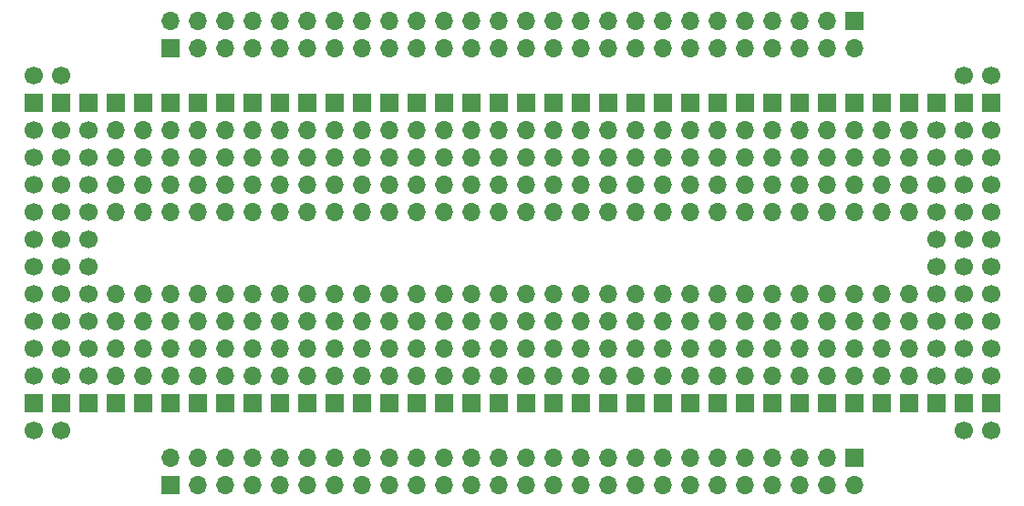
<source format=gbr>
G04 #@! TF.GenerationSoftware,KiCad,Pcbnew,5.0.2+dfsg1-1~bpo9+1*
G04 #@! TF.CreationDate,2022-11-14T20:46:36+01:00*
G04 #@! TF.ProjectId,breadpcb1,62726561-6470-4636-9231-2e6b69636164,rev?*
G04 #@! TF.SameCoordinates,Original*
G04 #@! TF.FileFunction,Copper,L1,Top*
G04 #@! TF.FilePolarity,Positive*
%FSLAX46Y46*%
G04 Gerber Fmt 4.6, Leading zero omitted, Abs format (unit mm)*
G04 Created by KiCad (PCBNEW 5.0.2+dfsg1-1~bpo9+1) date Mo 14 Nov 2022 20:46:36 CET*
%MOMM*%
%LPD*%
G01*
G04 APERTURE LIST*
G04 #@! TA.AperFunction,ComponentPad*
%ADD10R,1.700000X1.700000*%
G04 #@! TD*
G04 #@! TA.AperFunction,ComponentPad*
%ADD11O,1.700000X1.700000*%
G04 #@! TD*
G04 #@! TA.AperFunction,ComponentPad*
%ADD12C,1.700000*%
G04 #@! TD*
G04 APERTURE END LIST*
D10*
G04 #@! TO.P,J2,1*
G04 #@! TO.N,Net-(J2-Pad1)*
X106680000Y-105410000D03*
D11*
G04 #@! TO.P,J2,2*
X109220000Y-105410000D03*
G04 #@! TO.P,J2,3*
X111760000Y-105410000D03*
G04 #@! TO.P,J2,4*
X114300000Y-105410000D03*
G04 #@! TO.P,J2,5*
X116840000Y-105410000D03*
G04 #@! TO.P,J2,6*
X119380000Y-105410000D03*
G04 #@! TO.P,J2,7*
X121920000Y-105410000D03*
G04 #@! TO.P,J2,8*
X124460000Y-105410000D03*
G04 #@! TO.P,J2,9*
X127000000Y-105410000D03*
G04 #@! TO.P,J2,10*
X129540000Y-105410000D03*
G04 #@! TO.P,J2,11*
X132080000Y-105410000D03*
G04 #@! TO.P,J2,12*
X134620000Y-105410000D03*
G04 #@! TO.P,J2,13*
X137160000Y-105410000D03*
G04 #@! TO.P,J2,14*
X139700000Y-105410000D03*
G04 #@! TO.P,J2,15*
X142240000Y-105410000D03*
G04 #@! TO.P,J2,16*
X144780000Y-105410000D03*
G04 #@! TO.P,J2,17*
X147320000Y-105410000D03*
G04 #@! TO.P,J2,18*
X149860000Y-105410000D03*
G04 #@! TO.P,J2,19*
X152400000Y-105410000D03*
G04 #@! TO.P,J2,20*
X154940000Y-105410000D03*
G04 #@! TO.P,J2,21*
X157480000Y-105410000D03*
G04 #@! TO.P,J2,22*
X160020000Y-105410000D03*
G04 #@! TO.P,J2,23*
X162560000Y-105410000D03*
G04 #@! TO.P,J2,24*
X165100000Y-105410000D03*
G04 #@! TO.P,J2,25*
X167640000Y-105410000D03*
G04 #@! TO.P,J2,26*
X170180000Y-105410000D03*
G04 #@! TD*
D10*
G04 #@! TO.P,J2,1*
G04 #@! TO.N,Net-(J2-Pad1)*
X170180000Y-102870000D03*
D11*
G04 #@! TO.P,J2,2*
X167640000Y-102870000D03*
G04 #@! TO.P,J2,3*
X165100000Y-102870000D03*
G04 #@! TO.P,J2,4*
X162560000Y-102870000D03*
G04 #@! TO.P,J2,5*
X160020000Y-102870000D03*
G04 #@! TO.P,J2,6*
X157480000Y-102870000D03*
G04 #@! TO.P,J2,7*
X154940000Y-102870000D03*
G04 #@! TO.P,J2,8*
X152400000Y-102870000D03*
G04 #@! TO.P,J2,9*
X149860000Y-102870000D03*
G04 #@! TO.P,J2,10*
X147320000Y-102870000D03*
G04 #@! TO.P,J2,11*
X144780000Y-102870000D03*
G04 #@! TO.P,J2,12*
X142240000Y-102870000D03*
G04 #@! TO.P,J2,13*
X139700000Y-102870000D03*
G04 #@! TO.P,J2,14*
X137160000Y-102870000D03*
G04 #@! TO.P,J2,15*
X134620000Y-102870000D03*
G04 #@! TO.P,J2,16*
X132080000Y-102870000D03*
G04 #@! TO.P,J2,17*
X129540000Y-102870000D03*
G04 #@! TO.P,J2,18*
X127000000Y-102870000D03*
G04 #@! TO.P,J2,19*
X124460000Y-102870000D03*
G04 #@! TO.P,J2,20*
X121920000Y-102870000D03*
G04 #@! TO.P,J2,21*
X119380000Y-102870000D03*
G04 #@! TO.P,J2,22*
X116840000Y-102870000D03*
G04 #@! TO.P,J2,23*
X114300000Y-102870000D03*
G04 #@! TO.P,J2,24*
X111760000Y-102870000D03*
G04 #@! TO.P,J2,25*
X109220000Y-102870000D03*
G04 #@! TO.P,J2,26*
X106680000Y-102870000D03*
G04 #@! TD*
D10*
G04 #@! TO.P,J2,1*
G04 #@! TO.N,Net-(J2-Pad1)*
X170180000Y-62230000D03*
D11*
G04 #@! TO.P,J2,2*
X167640000Y-62230000D03*
G04 #@! TO.P,J2,3*
X165100000Y-62230000D03*
G04 #@! TO.P,J2,4*
X162560000Y-62230000D03*
G04 #@! TO.P,J2,5*
X160020000Y-62230000D03*
G04 #@! TO.P,J2,6*
X157480000Y-62230000D03*
G04 #@! TO.P,J2,7*
X154940000Y-62230000D03*
G04 #@! TO.P,J2,8*
X152400000Y-62230000D03*
G04 #@! TO.P,J2,9*
X149860000Y-62230000D03*
G04 #@! TO.P,J2,10*
X147320000Y-62230000D03*
G04 #@! TO.P,J2,11*
X144780000Y-62230000D03*
G04 #@! TO.P,J2,12*
X142240000Y-62230000D03*
G04 #@! TO.P,J2,13*
X139700000Y-62230000D03*
G04 #@! TO.P,J2,14*
X137160000Y-62230000D03*
G04 #@! TO.P,J2,15*
X134620000Y-62230000D03*
G04 #@! TO.P,J2,16*
X132080000Y-62230000D03*
G04 #@! TO.P,J2,17*
X129540000Y-62230000D03*
G04 #@! TO.P,J2,18*
X127000000Y-62230000D03*
G04 #@! TO.P,J2,19*
X124460000Y-62230000D03*
G04 #@! TO.P,J2,20*
X121920000Y-62230000D03*
G04 #@! TO.P,J2,21*
X119380000Y-62230000D03*
G04 #@! TO.P,J2,22*
X116840000Y-62230000D03*
G04 #@! TO.P,J2,23*
X114300000Y-62230000D03*
G04 #@! TO.P,J2,24*
X111760000Y-62230000D03*
G04 #@! TO.P,J2,25*
X109220000Y-62230000D03*
G04 #@! TO.P,J2,26*
X106680000Y-62230000D03*
G04 #@! TD*
D10*
G04 #@! TO.P,J2,1*
G04 #@! TO.N,Net-(J2-Pad1)*
X106680000Y-64770000D03*
D11*
G04 #@! TO.P,J2,2*
X109220000Y-64770000D03*
G04 #@! TO.P,J2,3*
X111760000Y-64770000D03*
G04 #@! TO.P,J2,4*
X114300000Y-64770000D03*
G04 #@! TO.P,J2,5*
X116840000Y-64770000D03*
G04 #@! TO.P,J2,6*
X119380000Y-64770000D03*
G04 #@! TO.P,J2,7*
X121920000Y-64770000D03*
G04 #@! TO.P,J2,8*
X124460000Y-64770000D03*
G04 #@! TO.P,J2,9*
X127000000Y-64770000D03*
G04 #@! TO.P,J2,10*
X129540000Y-64770000D03*
G04 #@! TO.P,J2,11*
X132080000Y-64770000D03*
G04 #@! TO.P,J2,12*
X134620000Y-64770000D03*
G04 #@! TO.P,J2,13*
X137160000Y-64770000D03*
G04 #@! TO.P,J2,14*
X139700000Y-64770000D03*
G04 #@! TO.P,J2,15*
X142240000Y-64770000D03*
G04 #@! TO.P,J2,16*
X144780000Y-64770000D03*
G04 #@! TO.P,J2,17*
X147320000Y-64770000D03*
G04 #@! TO.P,J2,18*
X149860000Y-64770000D03*
G04 #@! TO.P,J2,19*
X152400000Y-64770000D03*
G04 #@! TO.P,J2,20*
X154940000Y-64770000D03*
G04 #@! TO.P,J2,21*
X157480000Y-64770000D03*
G04 #@! TO.P,J2,22*
X160020000Y-64770000D03*
G04 #@! TO.P,J2,23*
X162560000Y-64770000D03*
G04 #@! TO.P,J2,24*
X165100000Y-64770000D03*
G04 #@! TO.P,J2,25*
X167640000Y-64770000D03*
G04 #@! TO.P,J2,26*
X170180000Y-64770000D03*
G04 #@! TD*
D10*
G04 #@! TO.P,J1,1*
G04 #@! TO.N,Net-(J1-Pad1)*
X114300000Y-97790000D03*
D11*
G04 #@! TO.P,J1,2*
X114300000Y-95250000D03*
G04 #@! TO.P,J1,3*
X114300000Y-92710000D03*
G04 #@! TO.P,J1,4*
X114300000Y-90170000D03*
G04 #@! TO.P,J1,5*
X114300000Y-87630000D03*
G04 #@! TD*
D10*
G04 #@! TO.P,J1,1*
G04 #@! TO.N,Net-(J1-Pad1)*
X104140000Y-97790000D03*
D11*
G04 #@! TO.P,J1,2*
X104140000Y-95250000D03*
G04 #@! TO.P,J1,3*
X104140000Y-92710000D03*
G04 #@! TO.P,J1,4*
X104140000Y-90170000D03*
G04 #@! TO.P,J1,5*
X104140000Y-87630000D03*
G04 #@! TD*
D10*
G04 #@! TO.P,J1,1*
G04 #@! TO.N,Net-(J1-Pad1)*
X119380000Y-97790000D03*
D11*
G04 #@! TO.P,J1,2*
X119380000Y-95250000D03*
G04 #@! TO.P,J1,3*
X119380000Y-92710000D03*
G04 #@! TO.P,J1,4*
X119380000Y-90170000D03*
G04 #@! TO.P,J1,5*
X119380000Y-87630000D03*
G04 #@! TD*
D10*
G04 #@! TO.P,J1,1*
G04 #@! TO.N,Net-(J1-Pad1)*
X116840000Y-97790000D03*
D11*
G04 #@! TO.P,J1,2*
X116840000Y-95250000D03*
G04 #@! TO.P,J1,3*
X116840000Y-92710000D03*
G04 #@! TO.P,J1,4*
X116840000Y-90170000D03*
G04 #@! TO.P,J1,5*
X116840000Y-87630000D03*
G04 #@! TD*
D10*
G04 #@! TO.P,J1,1*
G04 #@! TO.N,Net-(J1-Pad1)*
X111760000Y-97790000D03*
D11*
G04 #@! TO.P,J1,2*
X111760000Y-95250000D03*
G04 #@! TO.P,J1,3*
X111760000Y-92710000D03*
G04 #@! TO.P,J1,4*
X111760000Y-90170000D03*
G04 #@! TO.P,J1,5*
X111760000Y-87630000D03*
G04 #@! TD*
D10*
G04 #@! TO.P,J1,1*
G04 #@! TO.N,Net-(J1-Pad1)*
X106680000Y-97790000D03*
D11*
G04 #@! TO.P,J1,2*
X106680000Y-95250000D03*
G04 #@! TO.P,J1,3*
X106680000Y-92710000D03*
G04 #@! TO.P,J1,4*
X106680000Y-90170000D03*
G04 #@! TO.P,J1,5*
X106680000Y-87630000D03*
G04 #@! TD*
D10*
G04 #@! TO.P,J1,1*
G04 #@! TO.N,Net-(J1-Pad1)*
X121920000Y-97790000D03*
D11*
G04 #@! TO.P,J1,2*
X121920000Y-95250000D03*
G04 #@! TO.P,J1,3*
X121920000Y-92710000D03*
G04 #@! TO.P,J1,4*
X121920000Y-90170000D03*
G04 #@! TO.P,J1,5*
X121920000Y-87630000D03*
G04 #@! TD*
D10*
G04 #@! TO.P,J1,1*
G04 #@! TO.N,Net-(J1-Pad1)*
X109220000Y-97790000D03*
D11*
G04 #@! TO.P,J1,2*
X109220000Y-95250000D03*
G04 #@! TO.P,J1,3*
X109220000Y-92710000D03*
G04 #@! TO.P,J1,4*
X109220000Y-90170000D03*
G04 #@! TO.P,J1,5*
X109220000Y-87630000D03*
G04 #@! TD*
D10*
G04 #@! TO.P,J1,1*
G04 #@! TO.N,Net-(J1-Pad1)*
X101600000Y-97790000D03*
D11*
G04 #@! TO.P,J1,2*
X101600000Y-95250000D03*
G04 #@! TO.P,J1,3*
X101600000Y-92710000D03*
G04 #@! TO.P,J1,4*
X101600000Y-90170000D03*
G04 #@! TO.P,J1,5*
X101600000Y-87630000D03*
G04 #@! TD*
D10*
G04 #@! TO.P,J1,1*
G04 #@! TO.N,Net-(J1-Pad1)*
X172720000Y-97790000D03*
D11*
G04 #@! TO.P,J1,2*
X172720000Y-95250000D03*
G04 #@! TO.P,J1,3*
X172720000Y-92710000D03*
G04 #@! TO.P,J1,4*
X172720000Y-90170000D03*
G04 #@! TO.P,J1,5*
X172720000Y-87630000D03*
G04 #@! TD*
D10*
G04 #@! TO.P,J1,1*
G04 #@! TO.N,Net-(J1-Pad1)*
X154940000Y-97790000D03*
D11*
G04 #@! TO.P,J1,2*
X154940000Y-95250000D03*
G04 #@! TO.P,J1,3*
X154940000Y-92710000D03*
G04 #@! TO.P,J1,4*
X154940000Y-90170000D03*
G04 #@! TO.P,J1,5*
X154940000Y-87630000D03*
G04 #@! TD*
D10*
G04 #@! TO.P,J1,1*
G04 #@! TO.N,Net-(J1-Pad1)*
X149860000Y-97790000D03*
D11*
G04 #@! TO.P,J1,2*
X149860000Y-95250000D03*
G04 #@! TO.P,J1,3*
X149860000Y-92710000D03*
G04 #@! TO.P,J1,4*
X149860000Y-90170000D03*
G04 #@! TO.P,J1,5*
X149860000Y-87630000D03*
G04 #@! TD*
D10*
G04 #@! TO.P,J1,1*
G04 #@! TO.N,Net-(J1-Pad1)*
X170180000Y-97790000D03*
D11*
G04 #@! TO.P,J1,2*
X170180000Y-95250000D03*
G04 #@! TO.P,J1,3*
X170180000Y-92710000D03*
G04 #@! TO.P,J1,4*
X170180000Y-90170000D03*
G04 #@! TO.P,J1,5*
X170180000Y-87630000D03*
G04 #@! TD*
D10*
G04 #@! TO.P,J1,1*
G04 #@! TO.N,Net-(J1-Pad1)*
X152400000Y-97790000D03*
D11*
G04 #@! TO.P,J1,2*
X152400000Y-95250000D03*
G04 #@! TO.P,J1,3*
X152400000Y-92710000D03*
G04 #@! TO.P,J1,4*
X152400000Y-90170000D03*
G04 #@! TO.P,J1,5*
X152400000Y-87630000D03*
G04 #@! TD*
D10*
G04 #@! TO.P,J1,1*
G04 #@! TO.N,Net-(J1-Pad1)*
X157480000Y-97790000D03*
D11*
G04 #@! TO.P,J1,2*
X157480000Y-95250000D03*
G04 #@! TO.P,J1,3*
X157480000Y-92710000D03*
G04 #@! TO.P,J1,4*
X157480000Y-90170000D03*
G04 #@! TO.P,J1,5*
X157480000Y-87630000D03*
G04 #@! TD*
D10*
G04 #@! TO.P,J1,1*
G04 #@! TO.N,Net-(J1-Pad1)*
X160020000Y-97790000D03*
D11*
G04 #@! TO.P,J1,2*
X160020000Y-95250000D03*
G04 #@! TO.P,J1,3*
X160020000Y-92710000D03*
G04 #@! TO.P,J1,4*
X160020000Y-90170000D03*
G04 #@! TO.P,J1,5*
X160020000Y-87630000D03*
G04 #@! TD*
D10*
G04 #@! TO.P,J1,1*
G04 #@! TO.N,Net-(J1-Pad1)*
X162560000Y-97790000D03*
D11*
G04 #@! TO.P,J1,2*
X162560000Y-95250000D03*
G04 #@! TO.P,J1,3*
X162560000Y-92710000D03*
G04 #@! TO.P,J1,4*
X162560000Y-90170000D03*
G04 #@! TO.P,J1,5*
X162560000Y-87630000D03*
G04 #@! TD*
D10*
G04 #@! TO.P,J1,1*
G04 #@! TO.N,Net-(J1-Pad1)*
X147320000Y-97790000D03*
D11*
G04 #@! TO.P,J1,2*
X147320000Y-95250000D03*
G04 #@! TO.P,J1,3*
X147320000Y-92710000D03*
G04 #@! TO.P,J1,4*
X147320000Y-90170000D03*
G04 #@! TO.P,J1,5*
X147320000Y-87630000D03*
G04 #@! TD*
D10*
G04 #@! TO.P,J1,1*
G04 #@! TO.N,Net-(J1-Pad1)*
X142240000Y-97790000D03*
D11*
G04 #@! TO.P,J1,2*
X142240000Y-95250000D03*
G04 #@! TO.P,J1,3*
X142240000Y-92710000D03*
G04 #@! TO.P,J1,4*
X142240000Y-90170000D03*
G04 #@! TO.P,J1,5*
X142240000Y-87630000D03*
G04 #@! TD*
D10*
G04 #@! TO.P,J1,1*
G04 #@! TO.N,Net-(J1-Pad1)*
X165100000Y-97790000D03*
D11*
G04 #@! TO.P,J1,2*
X165100000Y-95250000D03*
G04 #@! TO.P,J1,3*
X165100000Y-92710000D03*
G04 #@! TO.P,J1,4*
X165100000Y-90170000D03*
G04 #@! TO.P,J1,5*
X165100000Y-87630000D03*
G04 #@! TD*
D10*
G04 #@! TO.P,J1,1*
G04 #@! TO.N,Net-(J1-Pad1)*
X167640000Y-97790000D03*
D11*
G04 #@! TO.P,J1,2*
X167640000Y-95250000D03*
G04 #@! TO.P,J1,3*
X167640000Y-92710000D03*
G04 #@! TO.P,J1,4*
X167640000Y-90170000D03*
G04 #@! TO.P,J1,5*
X167640000Y-87630000D03*
G04 #@! TD*
D10*
G04 #@! TO.P,J1,1*
G04 #@! TO.N,Net-(J1-Pad1)*
X144780000Y-97790000D03*
D11*
G04 #@! TO.P,J1,2*
X144780000Y-95250000D03*
G04 #@! TO.P,J1,3*
X144780000Y-92710000D03*
G04 #@! TO.P,J1,4*
X144780000Y-90170000D03*
G04 #@! TO.P,J1,5*
X144780000Y-87630000D03*
G04 #@! TD*
D10*
G04 #@! TO.P,J1,1*
G04 #@! TO.N,Net-(J1-Pad1)*
X139700000Y-97790000D03*
D11*
G04 #@! TO.P,J1,2*
X139700000Y-95250000D03*
G04 #@! TO.P,J1,3*
X139700000Y-92710000D03*
G04 #@! TO.P,J1,4*
X139700000Y-90170000D03*
G04 #@! TO.P,J1,5*
X139700000Y-87630000D03*
G04 #@! TD*
D10*
G04 #@! TO.P,J1,1*
G04 #@! TO.N,Net-(J1-Pad1)*
X132080000Y-97790000D03*
D11*
G04 #@! TO.P,J1,2*
X132080000Y-95250000D03*
G04 #@! TO.P,J1,3*
X132080000Y-92710000D03*
G04 #@! TO.P,J1,4*
X132080000Y-90170000D03*
G04 #@! TO.P,J1,5*
X132080000Y-87630000D03*
G04 #@! TD*
D10*
G04 #@! TO.P,J1,1*
G04 #@! TO.N,Net-(J1-Pad1)*
X134620000Y-97790000D03*
D11*
G04 #@! TO.P,J1,2*
X134620000Y-95250000D03*
G04 #@! TO.P,J1,3*
X134620000Y-92710000D03*
G04 #@! TO.P,J1,4*
X134620000Y-90170000D03*
G04 #@! TO.P,J1,5*
X134620000Y-87630000D03*
G04 #@! TD*
D10*
G04 #@! TO.P,J1,1*
G04 #@! TO.N,Net-(J1-Pad1)*
X175260000Y-97790000D03*
D11*
G04 #@! TO.P,J1,2*
X175260000Y-95250000D03*
G04 #@! TO.P,J1,3*
X175260000Y-92710000D03*
G04 #@! TO.P,J1,4*
X175260000Y-90170000D03*
G04 #@! TO.P,J1,5*
X175260000Y-87630000D03*
G04 #@! TD*
D10*
G04 #@! TO.P,J1,1*
G04 #@! TO.N,Net-(J1-Pad1)*
X137160000Y-97790000D03*
D11*
G04 #@! TO.P,J1,2*
X137160000Y-95250000D03*
G04 #@! TO.P,J1,3*
X137160000Y-92710000D03*
G04 #@! TO.P,J1,4*
X137160000Y-90170000D03*
G04 #@! TO.P,J1,5*
X137160000Y-87630000D03*
G04 #@! TD*
D10*
G04 #@! TO.P,J1,1*
G04 #@! TO.N,Net-(J1-Pad1)*
X129540000Y-97790000D03*
D11*
G04 #@! TO.P,J1,2*
X129540000Y-95250000D03*
G04 #@! TO.P,J1,3*
X129540000Y-92710000D03*
G04 #@! TO.P,J1,4*
X129540000Y-90170000D03*
G04 #@! TO.P,J1,5*
X129540000Y-87630000D03*
G04 #@! TD*
D10*
G04 #@! TO.P,J1,1*
G04 #@! TO.N,Net-(J1-Pad1)*
X124460000Y-97790000D03*
D11*
G04 #@! TO.P,J1,2*
X124460000Y-95250000D03*
G04 #@! TO.P,J1,3*
X124460000Y-92710000D03*
G04 #@! TO.P,J1,4*
X124460000Y-90170000D03*
G04 #@! TO.P,J1,5*
X124460000Y-87630000D03*
G04 #@! TD*
D10*
G04 #@! TO.P,J1,1*
G04 #@! TO.N,Net-(J1-Pad1)*
X127000000Y-97790000D03*
D11*
G04 #@! TO.P,J1,2*
X127000000Y-95250000D03*
G04 #@! TO.P,J1,3*
X127000000Y-92710000D03*
G04 #@! TO.P,J1,4*
X127000000Y-90170000D03*
G04 #@! TO.P,J1,5*
X127000000Y-87630000D03*
G04 #@! TD*
D10*
G04 #@! TO.P,J1,1*
G04 #@! TO.N,Net-(J1-Pad1)*
X175260000Y-69850000D03*
D11*
G04 #@! TO.P,J1,2*
X175260000Y-72390000D03*
G04 #@! TO.P,J1,3*
X175260000Y-74930000D03*
G04 #@! TO.P,J1,4*
X175260000Y-77470000D03*
G04 #@! TO.P,J1,5*
X175260000Y-80010000D03*
G04 #@! TD*
D10*
G04 #@! TO.P,J1,1*
G04 #@! TO.N,Net-(J1-Pad1)*
X172720000Y-69850000D03*
D11*
G04 #@! TO.P,J1,2*
X172720000Y-72390000D03*
G04 #@! TO.P,J1,3*
X172720000Y-74930000D03*
G04 #@! TO.P,J1,4*
X172720000Y-77470000D03*
G04 #@! TO.P,J1,5*
X172720000Y-80010000D03*
G04 #@! TD*
D10*
G04 #@! TO.P,J1,1*
G04 #@! TO.N,Net-(J1-Pad1)*
X170180000Y-69850000D03*
D11*
G04 #@! TO.P,J1,2*
X170180000Y-72390000D03*
G04 #@! TO.P,J1,3*
X170180000Y-74930000D03*
G04 #@! TO.P,J1,4*
X170180000Y-77470000D03*
G04 #@! TO.P,J1,5*
X170180000Y-80010000D03*
G04 #@! TD*
D10*
G04 #@! TO.P,J1,1*
G04 #@! TO.N,Net-(J1-Pad1)*
X167640000Y-69850000D03*
D11*
G04 #@! TO.P,J1,2*
X167640000Y-72390000D03*
G04 #@! TO.P,J1,3*
X167640000Y-74930000D03*
G04 #@! TO.P,J1,4*
X167640000Y-77470000D03*
G04 #@! TO.P,J1,5*
X167640000Y-80010000D03*
G04 #@! TD*
D10*
G04 #@! TO.P,J1,1*
G04 #@! TO.N,Net-(J1-Pad1)*
X165100000Y-69850000D03*
D11*
G04 #@! TO.P,J1,2*
X165100000Y-72390000D03*
G04 #@! TO.P,J1,3*
X165100000Y-74930000D03*
G04 #@! TO.P,J1,4*
X165100000Y-77470000D03*
G04 #@! TO.P,J1,5*
X165100000Y-80010000D03*
G04 #@! TD*
D10*
G04 #@! TO.P,J1,1*
G04 #@! TO.N,Net-(J1-Pad1)*
X162560000Y-69850000D03*
D11*
G04 #@! TO.P,J1,2*
X162560000Y-72390000D03*
G04 #@! TO.P,J1,3*
X162560000Y-74930000D03*
G04 #@! TO.P,J1,4*
X162560000Y-77470000D03*
G04 #@! TO.P,J1,5*
X162560000Y-80010000D03*
G04 #@! TD*
D10*
G04 #@! TO.P,J1,1*
G04 #@! TO.N,Net-(J1-Pad1)*
X160020000Y-69850000D03*
D11*
G04 #@! TO.P,J1,2*
X160020000Y-72390000D03*
G04 #@! TO.P,J1,3*
X160020000Y-74930000D03*
G04 #@! TO.P,J1,4*
X160020000Y-77470000D03*
G04 #@! TO.P,J1,5*
X160020000Y-80010000D03*
G04 #@! TD*
D10*
G04 #@! TO.P,J1,1*
G04 #@! TO.N,Net-(J1-Pad1)*
X157480000Y-69850000D03*
D11*
G04 #@! TO.P,J1,2*
X157480000Y-72390000D03*
G04 #@! TO.P,J1,3*
X157480000Y-74930000D03*
G04 #@! TO.P,J1,4*
X157480000Y-77470000D03*
G04 #@! TO.P,J1,5*
X157480000Y-80010000D03*
G04 #@! TD*
D10*
G04 #@! TO.P,J1,1*
G04 #@! TO.N,Net-(J1-Pad1)*
X154940000Y-69850000D03*
D11*
G04 #@! TO.P,J1,2*
X154940000Y-72390000D03*
G04 #@! TO.P,J1,3*
X154940000Y-74930000D03*
G04 #@! TO.P,J1,4*
X154940000Y-77470000D03*
G04 #@! TO.P,J1,5*
X154940000Y-80010000D03*
G04 #@! TD*
D10*
G04 #@! TO.P,J1,1*
G04 #@! TO.N,Net-(J1-Pad1)*
X152400000Y-69850000D03*
D11*
G04 #@! TO.P,J1,2*
X152400000Y-72390000D03*
G04 #@! TO.P,J1,3*
X152400000Y-74930000D03*
G04 #@! TO.P,J1,4*
X152400000Y-77470000D03*
G04 #@! TO.P,J1,5*
X152400000Y-80010000D03*
G04 #@! TD*
D10*
G04 #@! TO.P,J1,1*
G04 #@! TO.N,Net-(J1-Pad1)*
X149860000Y-69850000D03*
D11*
G04 #@! TO.P,J1,2*
X149860000Y-72390000D03*
G04 #@! TO.P,J1,3*
X149860000Y-74930000D03*
G04 #@! TO.P,J1,4*
X149860000Y-77470000D03*
G04 #@! TO.P,J1,5*
X149860000Y-80010000D03*
G04 #@! TD*
D10*
G04 #@! TO.P,J1,1*
G04 #@! TO.N,Net-(J1-Pad1)*
X147320000Y-69850000D03*
D11*
G04 #@! TO.P,J1,2*
X147320000Y-72390000D03*
G04 #@! TO.P,J1,3*
X147320000Y-74930000D03*
G04 #@! TO.P,J1,4*
X147320000Y-77470000D03*
G04 #@! TO.P,J1,5*
X147320000Y-80010000D03*
G04 #@! TD*
D10*
G04 #@! TO.P,J1,1*
G04 #@! TO.N,Net-(J1-Pad1)*
X144780000Y-69850000D03*
D11*
G04 #@! TO.P,J1,2*
X144780000Y-72390000D03*
G04 #@! TO.P,J1,3*
X144780000Y-74930000D03*
G04 #@! TO.P,J1,4*
X144780000Y-77470000D03*
G04 #@! TO.P,J1,5*
X144780000Y-80010000D03*
G04 #@! TD*
D10*
G04 #@! TO.P,J1,1*
G04 #@! TO.N,Net-(J1-Pad1)*
X142240000Y-69850000D03*
D11*
G04 #@! TO.P,J1,2*
X142240000Y-72390000D03*
G04 #@! TO.P,J1,3*
X142240000Y-74930000D03*
G04 #@! TO.P,J1,4*
X142240000Y-77470000D03*
G04 #@! TO.P,J1,5*
X142240000Y-80010000D03*
G04 #@! TD*
D10*
G04 #@! TO.P,J1,1*
G04 #@! TO.N,Net-(J1-Pad1)*
X139700000Y-69850000D03*
D11*
G04 #@! TO.P,J1,2*
X139700000Y-72390000D03*
G04 #@! TO.P,J1,3*
X139700000Y-74930000D03*
G04 #@! TO.P,J1,4*
X139700000Y-77470000D03*
G04 #@! TO.P,J1,5*
X139700000Y-80010000D03*
G04 #@! TD*
D10*
G04 #@! TO.P,J1,1*
G04 #@! TO.N,Net-(J1-Pad1)*
X137160000Y-69850000D03*
D11*
G04 #@! TO.P,J1,2*
X137160000Y-72390000D03*
G04 #@! TO.P,J1,3*
X137160000Y-74930000D03*
G04 #@! TO.P,J1,4*
X137160000Y-77470000D03*
G04 #@! TO.P,J1,5*
X137160000Y-80010000D03*
G04 #@! TD*
D10*
G04 #@! TO.P,J1,1*
G04 #@! TO.N,Net-(J1-Pad1)*
X134620000Y-69850000D03*
D11*
G04 #@! TO.P,J1,2*
X134620000Y-72390000D03*
G04 #@! TO.P,J1,3*
X134620000Y-74930000D03*
G04 #@! TO.P,J1,4*
X134620000Y-77470000D03*
G04 #@! TO.P,J1,5*
X134620000Y-80010000D03*
G04 #@! TD*
D10*
G04 #@! TO.P,J1,1*
G04 #@! TO.N,Net-(J1-Pad1)*
X132080000Y-69850000D03*
D11*
G04 #@! TO.P,J1,2*
X132080000Y-72390000D03*
G04 #@! TO.P,J1,3*
X132080000Y-74930000D03*
G04 #@! TO.P,J1,4*
X132080000Y-77470000D03*
G04 #@! TO.P,J1,5*
X132080000Y-80010000D03*
G04 #@! TD*
D10*
G04 #@! TO.P,J1,1*
G04 #@! TO.N,Net-(J1-Pad1)*
X129540000Y-69850000D03*
D11*
G04 #@! TO.P,J1,2*
X129540000Y-72390000D03*
G04 #@! TO.P,J1,3*
X129540000Y-74930000D03*
G04 #@! TO.P,J1,4*
X129540000Y-77470000D03*
G04 #@! TO.P,J1,5*
X129540000Y-80010000D03*
G04 #@! TD*
D10*
G04 #@! TO.P,J1,1*
G04 #@! TO.N,Net-(J1-Pad1)*
X127000000Y-69850000D03*
D11*
G04 #@! TO.P,J1,2*
X127000000Y-72390000D03*
G04 #@! TO.P,J1,3*
X127000000Y-74930000D03*
G04 #@! TO.P,J1,4*
X127000000Y-77470000D03*
G04 #@! TO.P,J1,5*
X127000000Y-80010000D03*
G04 #@! TD*
D10*
G04 #@! TO.P,J1,1*
G04 #@! TO.N,Net-(J1-Pad1)*
X124460000Y-69850000D03*
D11*
G04 #@! TO.P,J1,2*
X124460000Y-72390000D03*
G04 #@! TO.P,J1,3*
X124460000Y-74930000D03*
G04 #@! TO.P,J1,4*
X124460000Y-77470000D03*
G04 #@! TO.P,J1,5*
X124460000Y-80010000D03*
G04 #@! TD*
D10*
G04 #@! TO.P,J1,1*
G04 #@! TO.N,Net-(J1-Pad1)*
X121920000Y-69850000D03*
D11*
G04 #@! TO.P,J1,2*
X121920000Y-72390000D03*
G04 #@! TO.P,J1,3*
X121920000Y-74930000D03*
G04 #@! TO.P,J1,4*
X121920000Y-77470000D03*
G04 #@! TO.P,J1,5*
X121920000Y-80010000D03*
G04 #@! TD*
D10*
G04 #@! TO.P,J1,1*
G04 #@! TO.N,Net-(J1-Pad1)*
X119380000Y-69850000D03*
D11*
G04 #@! TO.P,J1,2*
X119380000Y-72390000D03*
G04 #@! TO.P,J1,3*
X119380000Y-74930000D03*
G04 #@! TO.P,J1,4*
X119380000Y-77470000D03*
G04 #@! TO.P,J1,5*
X119380000Y-80010000D03*
G04 #@! TD*
D10*
G04 #@! TO.P,J1,1*
G04 #@! TO.N,Net-(J1-Pad1)*
X116840000Y-69850000D03*
D11*
G04 #@! TO.P,J1,2*
X116840000Y-72390000D03*
G04 #@! TO.P,J1,3*
X116840000Y-74930000D03*
G04 #@! TO.P,J1,4*
X116840000Y-77470000D03*
G04 #@! TO.P,J1,5*
X116840000Y-80010000D03*
G04 #@! TD*
D10*
G04 #@! TO.P,J1,1*
G04 #@! TO.N,Net-(J1-Pad1)*
X114300000Y-69850000D03*
D11*
G04 #@! TO.P,J1,2*
X114300000Y-72390000D03*
G04 #@! TO.P,J1,3*
X114300000Y-74930000D03*
G04 #@! TO.P,J1,4*
X114300000Y-77470000D03*
G04 #@! TO.P,J1,5*
X114300000Y-80010000D03*
G04 #@! TD*
D10*
G04 #@! TO.P,J1,1*
G04 #@! TO.N,Net-(J1-Pad1)*
X111760000Y-69850000D03*
D11*
G04 #@! TO.P,J1,2*
X111760000Y-72390000D03*
G04 #@! TO.P,J1,3*
X111760000Y-74930000D03*
G04 #@! TO.P,J1,4*
X111760000Y-77470000D03*
G04 #@! TO.P,J1,5*
X111760000Y-80010000D03*
G04 #@! TD*
D10*
G04 #@! TO.P,J1,1*
G04 #@! TO.N,Net-(J1-Pad1)*
X109220000Y-69850000D03*
D11*
G04 #@! TO.P,J1,2*
X109220000Y-72390000D03*
G04 #@! TO.P,J1,3*
X109220000Y-74930000D03*
G04 #@! TO.P,J1,4*
X109220000Y-77470000D03*
G04 #@! TO.P,J1,5*
X109220000Y-80010000D03*
G04 #@! TD*
D10*
G04 #@! TO.P,J1,1*
G04 #@! TO.N,Net-(J1-Pad1)*
X106680000Y-69850000D03*
D11*
G04 #@! TO.P,J1,2*
X106680000Y-72390000D03*
G04 #@! TO.P,J1,3*
X106680000Y-74930000D03*
G04 #@! TO.P,J1,4*
X106680000Y-77470000D03*
G04 #@! TO.P,J1,5*
X106680000Y-80010000D03*
G04 #@! TD*
D10*
G04 #@! TO.P,J1,1*
G04 #@! TO.N,Net-(J1-Pad1)*
X104140000Y-69850000D03*
D11*
G04 #@! TO.P,J1,2*
X104140000Y-72390000D03*
G04 #@! TO.P,J1,3*
X104140000Y-74930000D03*
G04 #@! TO.P,J1,4*
X104140000Y-77470000D03*
G04 #@! TO.P,J1,5*
X104140000Y-80010000D03*
G04 #@! TD*
D10*
G04 #@! TO.P,J1,1*
G04 #@! TO.N,Net-(J1-Pad1)*
X101600000Y-69850000D03*
D11*
G04 #@! TO.P,J1,2*
X101600000Y-72390000D03*
G04 #@! TO.P,J1,3*
X101600000Y-74930000D03*
G04 #@! TO.P,J1,4*
X101600000Y-77470000D03*
G04 #@! TO.P,J1,5*
X101600000Y-80010000D03*
G04 #@! TD*
D12*
G04 #@! TO.P,J3,1*
G04 #@! TO.N,Net-(J3-Pad1)*
X93980000Y-67310000D03*
G04 #@! TD*
G04 #@! TO.P,J3,1*
G04 #@! TO.N,Net-(J3-Pad1)*
X182880000Y-67310000D03*
G04 #@! TD*
G04 #@! TO.P,J3,1*
G04 #@! TO.N,Net-(J3-Pad1)*
X180340000Y-67310000D03*
G04 #@! TD*
G04 #@! TO.P,J3,1*
G04 #@! TO.N,Net-(J3-Pad1)*
X182880000Y-100330000D03*
G04 #@! TD*
G04 #@! TO.P,J3,1*
G04 #@! TO.N,Net-(J3-Pad1)*
X180340000Y-100330000D03*
G04 #@! TD*
G04 #@! TO.P,J3,1*
G04 #@! TO.N,Net-(J3-Pad1)*
X93980000Y-100330000D03*
G04 #@! TD*
G04 #@! TO.P,J3,1*
G04 #@! TO.N,Net-(J3-Pad1)*
X96520000Y-100330000D03*
G04 #@! TD*
G04 #@! TO.P,J3,1*
G04 #@! TO.N,Net-(J3-Pad1)*
X96520000Y-67310000D03*
G04 #@! TD*
G04 #@! TO.P,J3,1*
G04 #@! TO.N,Net-(J3-Pad1)*
X180340000Y-95250000D03*
G04 #@! TD*
D10*
G04 #@! TO.P,J3,1*
G04 #@! TO.N,Net-(J3-Pad1)*
X180340000Y-97790000D03*
G04 #@! TD*
G04 #@! TO.P,J3,1*
G04 #@! TO.N,Net-(J3-Pad1)*
X182880000Y-97790000D03*
G04 #@! TD*
D12*
G04 #@! TO.P,J3,1*
G04 #@! TO.N,Net-(J3-Pad1)*
X177800000Y-92710000D03*
G04 #@! TD*
G04 #@! TO.P,J3,1*
G04 #@! TO.N,Net-(J3-Pad1)*
X177800000Y-95250000D03*
G04 #@! TD*
G04 #@! TO.P,J3,1*
G04 #@! TO.N,Net-(J3-Pad1)*
X182880000Y-92710000D03*
G04 #@! TD*
G04 #@! TO.P,J3,1*
G04 #@! TO.N,Net-(J3-Pad1)*
X180340000Y-92710000D03*
G04 #@! TD*
G04 #@! TO.P,J3,1*
G04 #@! TO.N,Net-(J3-Pad1)*
X182880000Y-95250000D03*
G04 #@! TD*
D10*
G04 #@! TO.P,J3,1*
G04 #@! TO.N,Net-(J3-Pad1)*
X177800000Y-97790000D03*
G04 #@! TD*
G04 #@! TO.P,J3,1*
G04 #@! TO.N,Net-(J3-Pad1)*
X182880000Y-69850000D03*
G04 #@! TD*
G04 #@! TO.P,J3,1*
G04 #@! TO.N,Net-(J3-Pad1)*
X180340000Y-69850000D03*
G04 #@! TD*
D12*
G04 #@! TO.P,J3,1*
G04 #@! TO.N,Net-(J3-Pad1)*
X182880000Y-82550000D03*
G04 #@! TD*
G04 #@! TO.P,J3,1*
G04 #@! TO.N,Net-(J3-Pad1)*
X182880000Y-74930000D03*
G04 #@! TD*
G04 #@! TO.P,J3,1*
G04 #@! TO.N,Net-(J3-Pad1)*
X177800000Y-77470000D03*
G04 #@! TD*
G04 #@! TO.P,J3,1*
G04 #@! TO.N,Net-(J3-Pad1)*
X182880000Y-72390000D03*
G04 #@! TD*
G04 #@! TO.P,J3,1*
G04 #@! TO.N,Net-(J3-Pad1)*
X180340000Y-82550000D03*
G04 #@! TD*
G04 #@! TO.P,J3,1*
G04 #@! TO.N,Net-(J3-Pad1)*
X177800000Y-82550000D03*
G04 #@! TD*
G04 #@! TO.P,J3,1*
G04 #@! TO.N,Net-(J3-Pad1)*
X182880000Y-80010000D03*
G04 #@! TD*
G04 #@! TO.P,J3,1*
G04 #@! TO.N,Net-(J3-Pad1)*
X177800000Y-80010000D03*
G04 #@! TD*
G04 #@! TO.P,J3,1*
G04 #@! TO.N,Net-(J3-Pad1)*
X177800000Y-90170000D03*
G04 #@! TD*
G04 #@! TO.P,J3,1*
G04 #@! TO.N,Net-(J3-Pad1)*
X182880000Y-85090000D03*
G04 #@! TD*
G04 #@! TO.P,J3,1*
G04 #@! TO.N,Net-(J3-Pad1)*
X180340000Y-74930000D03*
G04 #@! TD*
G04 #@! TO.P,J3,1*
G04 #@! TO.N,Net-(J3-Pad1)*
X177800000Y-85090000D03*
G04 #@! TD*
G04 #@! TO.P,J3,1*
G04 #@! TO.N,Net-(J3-Pad1)*
X177800000Y-72390000D03*
G04 #@! TD*
G04 #@! TO.P,J3,1*
G04 #@! TO.N,Net-(J3-Pad1)*
X180340000Y-72390000D03*
G04 #@! TD*
G04 #@! TO.P,J3,1*
G04 #@! TO.N,Net-(J3-Pad1)*
X180340000Y-85090000D03*
G04 #@! TD*
G04 #@! TO.P,J3,1*
G04 #@! TO.N,Net-(J3-Pad1)*
X180340000Y-77470000D03*
G04 #@! TD*
G04 #@! TO.P,J3,1*
G04 #@! TO.N,Net-(J3-Pad1)*
X180340000Y-90170000D03*
G04 #@! TD*
G04 #@! TO.P,J3,1*
G04 #@! TO.N,Net-(J3-Pad1)*
X182880000Y-87630000D03*
G04 #@! TD*
G04 #@! TO.P,J3,1*
G04 #@! TO.N,Net-(J3-Pad1)*
X182880000Y-77470000D03*
G04 #@! TD*
D10*
G04 #@! TO.P,J3,1*
G04 #@! TO.N,Net-(J3-Pad1)*
X177800000Y-69850000D03*
G04 #@! TD*
D12*
G04 #@! TO.P,J3,1*
G04 #@! TO.N,Net-(J3-Pad1)*
X180340000Y-87630000D03*
G04 #@! TD*
G04 #@! TO.P,J3,1*
G04 #@! TO.N,Net-(J3-Pad1)*
X177800000Y-74930000D03*
G04 #@! TD*
G04 #@! TO.P,J3,1*
G04 #@! TO.N,Net-(J3-Pad1)*
X180340000Y-80010000D03*
G04 #@! TD*
G04 #@! TO.P,J3,1*
G04 #@! TO.N,Net-(J3-Pad1)*
X177800000Y-87630000D03*
G04 #@! TD*
G04 #@! TO.P,J3,1*
G04 #@! TO.N,Net-(J3-Pad1)*
X182880000Y-90170000D03*
G04 #@! TD*
D10*
G04 #@! TO.P,J3,1*
G04 #@! TO.N,Net-(J3-Pad1)*
X99060000Y-97790000D03*
G04 #@! TD*
G04 #@! TO.P,J3,1*
G04 #@! TO.N,Net-(J3-Pad1)*
X96520000Y-97790000D03*
G04 #@! TD*
G04 #@! TO.P,J3,1*
G04 #@! TO.N,Net-(J3-Pad1)*
X93980000Y-97790000D03*
G04 #@! TD*
D12*
G04 #@! TO.P,J3,1*
G04 #@! TO.N,Net-(J3-Pad1)*
X99060000Y-95250000D03*
G04 #@! TD*
G04 #@! TO.P,J3,1*
G04 #@! TO.N,Net-(J3-Pad1)*
X96520000Y-95250000D03*
G04 #@! TD*
G04 #@! TO.P,J3,1*
G04 #@! TO.N,Net-(J3-Pad1)*
X93980000Y-95250000D03*
G04 #@! TD*
G04 #@! TO.P,J3,1*
G04 #@! TO.N,Net-(J3-Pad1)*
X99060000Y-92710000D03*
G04 #@! TD*
G04 #@! TO.P,J3,1*
G04 #@! TO.N,Net-(J3-Pad1)*
X96520000Y-92710000D03*
G04 #@! TD*
G04 #@! TO.P,J3,1*
G04 #@! TO.N,Net-(J3-Pad1)*
X93980000Y-92710000D03*
G04 #@! TD*
G04 #@! TO.P,J3,1*
G04 #@! TO.N,Net-(J3-Pad1)*
X99060000Y-90170000D03*
G04 #@! TD*
G04 #@! TO.P,J3,1*
G04 #@! TO.N,Net-(J3-Pad1)*
X96520000Y-90170000D03*
G04 #@! TD*
G04 #@! TO.P,J3,1*
G04 #@! TO.N,Net-(J3-Pad1)*
X93980000Y-90170000D03*
G04 #@! TD*
G04 #@! TO.P,J3,1*
G04 #@! TO.N,Net-(J3-Pad1)*
X99060000Y-87630000D03*
G04 #@! TD*
G04 #@! TO.P,J3,1*
G04 #@! TO.N,Net-(J3-Pad1)*
X96520000Y-87630000D03*
G04 #@! TD*
G04 #@! TO.P,J3,1*
G04 #@! TO.N,Net-(J3-Pad1)*
X93980000Y-87630000D03*
G04 #@! TD*
G04 #@! TO.P,J3,1*
G04 #@! TO.N,Net-(J3-Pad1)*
X99060000Y-85090000D03*
G04 #@! TD*
G04 #@! TO.P,J3,1*
G04 #@! TO.N,Net-(J3-Pad1)*
X96520000Y-85090000D03*
G04 #@! TD*
G04 #@! TO.P,J3,1*
G04 #@! TO.N,Net-(J3-Pad1)*
X93980000Y-85090000D03*
G04 #@! TD*
G04 #@! TO.P,J3,1*
G04 #@! TO.N,Net-(J3-Pad1)*
X99060000Y-82550000D03*
G04 #@! TD*
G04 #@! TO.P,J3,1*
G04 #@! TO.N,Net-(J3-Pad1)*
X96520000Y-82550000D03*
G04 #@! TD*
G04 #@! TO.P,J3,1*
G04 #@! TO.N,Net-(J3-Pad1)*
X93980000Y-82550000D03*
G04 #@! TD*
G04 #@! TO.P,J3,1*
G04 #@! TO.N,Net-(J3-Pad1)*
X99060000Y-80010000D03*
G04 #@! TD*
G04 #@! TO.P,J3,1*
G04 #@! TO.N,Net-(J3-Pad1)*
X96520000Y-80010000D03*
G04 #@! TD*
G04 #@! TO.P,J3,1*
G04 #@! TO.N,Net-(J3-Pad1)*
X93980000Y-80010000D03*
G04 #@! TD*
G04 #@! TO.P,J3,1*
G04 #@! TO.N,Net-(J3-Pad1)*
X99060000Y-77470000D03*
G04 #@! TD*
G04 #@! TO.P,J3,1*
G04 #@! TO.N,Net-(J3-Pad1)*
X96520000Y-77470000D03*
G04 #@! TD*
G04 #@! TO.P,J3,1*
G04 #@! TO.N,Net-(J3-Pad1)*
X93980000Y-77470000D03*
G04 #@! TD*
G04 #@! TO.P,J3,1*
G04 #@! TO.N,Net-(J3-Pad1)*
X99060000Y-74930000D03*
G04 #@! TD*
G04 #@! TO.P,J3,1*
G04 #@! TO.N,Net-(J3-Pad1)*
X96520000Y-74930000D03*
G04 #@! TD*
G04 #@! TO.P,J3,1*
G04 #@! TO.N,Net-(J3-Pad1)*
X93980000Y-74930000D03*
G04 #@! TD*
G04 #@! TO.P,J3,1*
G04 #@! TO.N,Net-(J3-Pad1)*
X99060000Y-72390000D03*
G04 #@! TD*
G04 #@! TO.P,J3,1*
G04 #@! TO.N,Net-(J3-Pad1)*
X96520000Y-72390000D03*
G04 #@! TD*
G04 #@! TO.P,J3,1*
G04 #@! TO.N,Net-(J3-Pad1)*
X93980000Y-72390000D03*
G04 #@! TD*
D10*
G04 #@! TO.P,J3,1*
G04 #@! TO.N,Net-(J3-Pad1)*
X99060000Y-69850000D03*
G04 #@! TD*
G04 #@! TO.P,J3,1*
G04 #@! TO.N,Net-(J3-Pad1)*
X96520000Y-69850000D03*
G04 #@! TD*
G04 #@! TO.P,J3,1*
G04 #@! TO.N,Net-(J3-Pad1)*
X93980000Y-69850000D03*
G04 #@! TD*
M02*

</source>
